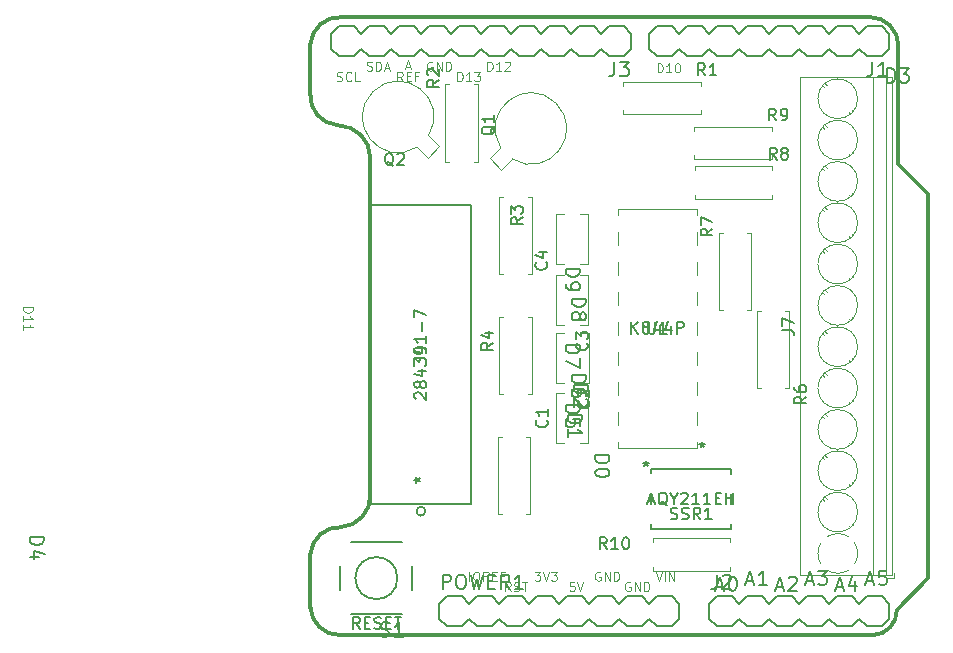
<source format=gbr>
G04 #@! TF.GenerationSoftware,KiCad,Pcbnew,(5.1.5)-3*
G04 #@! TF.CreationDate,2021-09-12T13:17:19-04:00*
G04 #@! TF.ProjectId,EtherTenFuranceMonitorRev2,45746865-7254-4656-9e46-7572616e6365,rev?*
G04 #@! TF.SameCoordinates,Original*
G04 #@! TF.FileFunction,Legend,Top*
G04 #@! TF.FilePolarity,Positive*
%FSLAX46Y46*%
G04 Gerber Fmt 4.6, Leading zero omitted, Abs format (unit mm)*
G04 Created by KiCad (PCBNEW (5.1.5)-3) date 2021-09-12 13:17:19*
%MOMM*%
%LPD*%
G04 APERTURE LIST*
%ADD10C,0.165100*%
%ADD11C,0.304800*%
%ADD12C,0.152400*%
%ADD13C,0.121920*%
%ADD14C,0.120000*%
%ADD15C,0.203200*%
%ADD16C,0.150000*%
%ADD17C,0.127000*%
G04 APERTURE END LIST*
D10*
X143964852Y-106619676D02*
X145171352Y-106619676D01*
X145171352Y-106906938D01*
X145113900Y-107079295D01*
X144998995Y-107194200D01*
X144884090Y-107251653D01*
X144654280Y-107309105D01*
X144481923Y-107309105D01*
X144252114Y-107251653D01*
X144137209Y-107194200D01*
X144022304Y-107079295D01*
X143964852Y-106906938D01*
X143964852Y-106619676D01*
X145171352Y-107711272D02*
X145171352Y-108515605D01*
X143964852Y-107998534D01*
X171169676Y-84395147D02*
X171169676Y-83188647D01*
X171456938Y-83188647D01*
X171629295Y-83246100D01*
X171744200Y-83361004D01*
X171801653Y-83475909D01*
X171859105Y-83705719D01*
X171859105Y-83878076D01*
X171801653Y-84107885D01*
X171744200Y-84222790D01*
X171629295Y-84337695D01*
X171456938Y-84395147D01*
X171169676Y-84395147D01*
X172261272Y-83188647D02*
X173008153Y-83188647D01*
X172605986Y-83648266D01*
X172778343Y-83648266D01*
X172893248Y-83705719D01*
X172950700Y-83763171D01*
X173008153Y-83878076D01*
X173008153Y-84165338D01*
X172950700Y-84280242D01*
X172893248Y-84337695D01*
X172778343Y-84395147D01*
X172433629Y-84395147D01*
X172318724Y-84337695D01*
X172261272Y-84280242D01*
X144114852Y-112539676D02*
X145321352Y-112539676D01*
X145321352Y-112826938D01*
X145263900Y-112999295D01*
X145148995Y-113114200D01*
X145034090Y-113171653D01*
X144804280Y-113229105D01*
X144631923Y-113229105D01*
X144402114Y-113171653D01*
X144287209Y-113114200D01*
X144172304Y-112999295D01*
X144114852Y-112826938D01*
X144114852Y-112539676D01*
X144114852Y-114378153D02*
X144114852Y-113688724D01*
X144114852Y-114033438D02*
X145321352Y-114033438D01*
X145148995Y-113918534D01*
X145034090Y-113803629D01*
X144976638Y-113688724D01*
X143964852Y-111699676D02*
X145171352Y-111699676D01*
X145171352Y-111986938D01*
X145113900Y-112159295D01*
X144998995Y-112274200D01*
X144884090Y-112331653D01*
X144654280Y-112389105D01*
X144481923Y-112389105D01*
X144252114Y-112331653D01*
X144137209Y-112274200D01*
X144022304Y-112159295D01*
X143964852Y-111986938D01*
X143964852Y-111699676D01*
X145171352Y-113480700D02*
X145171352Y-112906176D01*
X144596828Y-112848724D01*
X144654280Y-112906176D01*
X144711733Y-113021081D01*
X144711733Y-113308343D01*
X144654280Y-113423248D01*
X144596828Y-113480700D01*
X144481923Y-113538153D01*
X144194661Y-113538153D01*
X144079757Y-113480700D01*
X144022304Y-113423248D01*
X143964852Y-113308343D01*
X143964852Y-113021081D01*
X144022304Y-112906176D01*
X144079757Y-112848724D01*
D11*
X125006100Y-78841600D02*
X169710100Y-78841600D01*
X172123100Y-91287600D02*
X172123100Y-81254600D01*
X169710100Y-78841600D02*
G75*
G02X172123100Y-81254600I200J-2412800D01*
G01*
X125006100Y-78841600D02*
G75*
G03X122339100Y-81127600I-190500J-2476500D01*
G01*
X124879100Y-131165600D02*
G75*
G02X122339100Y-128752600I-63500J2476500D01*
G01*
X124879100Y-131165600D02*
X169964100Y-131165600D01*
X174663100Y-126339600D02*
X174663100Y-93827600D01*
X174663100Y-126339600D02*
X171996100Y-129006600D01*
X169964100Y-131165600D02*
G75*
G03X171996100Y-129006600I-63500J2095500D01*
G01*
X174663100Y-93827600D02*
X172123100Y-91287600D01*
D12*
X126521512Y-130611638D02*
X126199779Y-130152019D01*
X125969969Y-130611638D02*
X125969969Y-129646438D01*
X126337664Y-129646438D01*
X126429588Y-129692400D01*
X126475550Y-129738361D01*
X126521512Y-129830285D01*
X126521512Y-129968171D01*
X126475550Y-130060095D01*
X126429588Y-130106057D01*
X126337664Y-130152019D01*
X125969969Y-130152019D01*
X126935169Y-130106057D02*
X127256902Y-130106057D01*
X127394788Y-130611638D02*
X126935169Y-130611638D01*
X126935169Y-129646438D01*
X127394788Y-129646438D01*
X127762483Y-130565676D02*
X127900369Y-130611638D01*
X128130179Y-130611638D01*
X128222102Y-130565676D01*
X128268064Y-130519714D01*
X128314026Y-130427790D01*
X128314026Y-130335866D01*
X128268064Y-130243942D01*
X128222102Y-130197980D01*
X128130179Y-130152019D01*
X127946331Y-130106057D01*
X127854407Y-130060095D01*
X127808445Y-130014133D01*
X127762483Y-129922209D01*
X127762483Y-129830285D01*
X127808445Y-129738361D01*
X127854407Y-129692400D01*
X127946331Y-129646438D01*
X128176140Y-129646438D01*
X128314026Y-129692400D01*
X128727683Y-130106057D02*
X129049417Y-130106057D01*
X129187302Y-130611638D02*
X128727683Y-130611638D01*
X128727683Y-129646438D01*
X129187302Y-129646438D01*
X129463074Y-129646438D02*
X130014617Y-129646438D01*
X129738845Y-130611638D02*
X129738845Y-129646438D01*
D13*
X139299429Y-127445830D02*
X139042043Y-127078135D01*
X138858195Y-127445830D02*
X138858195Y-126673670D01*
X139152351Y-126673670D01*
X139225890Y-126710440D01*
X139262660Y-126747209D01*
X139299429Y-126820748D01*
X139299429Y-126931057D01*
X139262660Y-127004596D01*
X139225890Y-127041365D01*
X139152351Y-127078135D01*
X138858195Y-127078135D01*
X139593586Y-127409060D02*
X139703894Y-127445830D01*
X139887742Y-127445830D01*
X139961281Y-127409060D01*
X139998050Y-127372291D01*
X140034820Y-127298752D01*
X140034820Y-127225213D01*
X139998050Y-127151674D01*
X139961281Y-127114904D01*
X139887742Y-127078135D01*
X139740664Y-127041365D01*
X139667125Y-127004596D01*
X139630355Y-126967826D01*
X139593586Y-126894287D01*
X139593586Y-126820748D01*
X139630355Y-126747209D01*
X139667125Y-126710440D01*
X139740664Y-126673670D01*
X139924511Y-126673670D01*
X140034820Y-126710440D01*
X140255437Y-126673670D02*
X140696671Y-126673670D01*
X140476054Y-127445830D02*
X140476054Y-126673670D01*
X141324656Y-125784670D02*
X141802660Y-125784670D01*
X141545273Y-126078826D01*
X141655582Y-126078826D01*
X141729121Y-126115596D01*
X141765890Y-126152365D01*
X141802660Y-126225904D01*
X141802660Y-126409752D01*
X141765890Y-126483291D01*
X141729121Y-126520060D01*
X141655582Y-126556830D01*
X141434965Y-126556830D01*
X141361426Y-126520060D01*
X141324656Y-126483291D01*
X142023277Y-125784670D02*
X142280664Y-126556830D01*
X142538050Y-125784670D01*
X142721898Y-125784670D02*
X143199902Y-125784670D01*
X142942515Y-126078826D01*
X143052824Y-126078826D01*
X143126363Y-126115596D01*
X143163132Y-126152365D01*
X143199902Y-126225904D01*
X143199902Y-126409752D01*
X143163132Y-126483291D01*
X143126363Y-126520060D01*
X143052824Y-126556830D01*
X142832207Y-126556830D01*
X142758668Y-126520060D01*
X142721898Y-126483291D01*
X144686890Y-126673670D02*
X144319195Y-126673670D01*
X144282426Y-127041365D01*
X144319195Y-127004596D01*
X144392734Y-126967826D01*
X144576582Y-126967826D01*
X144650121Y-127004596D01*
X144686890Y-127041365D01*
X144723660Y-127114904D01*
X144723660Y-127298752D01*
X144686890Y-127372291D01*
X144650121Y-127409060D01*
X144576582Y-127445830D01*
X144392734Y-127445830D01*
X144319195Y-127409060D01*
X144282426Y-127372291D01*
X144944277Y-126673670D02*
X145201664Y-127445830D01*
X145459050Y-126673670D01*
X146882660Y-125821440D02*
X146809121Y-125784670D01*
X146698812Y-125784670D01*
X146588504Y-125821440D01*
X146514965Y-125894979D01*
X146478195Y-125968518D01*
X146441426Y-126115596D01*
X146441426Y-126225904D01*
X146478195Y-126372982D01*
X146514965Y-126446521D01*
X146588504Y-126520060D01*
X146698812Y-126556830D01*
X146772351Y-126556830D01*
X146882660Y-126520060D01*
X146919429Y-126483291D01*
X146919429Y-126225904D01*
X146772351Y-126225904D01*
X147250355Y-126556830D02*
X147250355Y-125784670D01*
X147691589Y-126556830D01*
X147691589Y-125784670D01*
X148059285Y-126556830D02*
X148059285Y-125784670D01*
X148243132Y-125784670D01*
X148353441Y-125821440D01*
X148426980Y-125894979D01*
X148463749Y-125968518D01*
X148500519Y-126115596D01*
X148500519Y-126225904D01*
X148463749Y-126372982D01*
X148426980Y-126446521D01*
X148353441Y-126520060D01*
X148243132Y-126556830D01*
X148059285Y-126556830D01*
X149422660Y-126710440D02*
X149349121Y-126673670D01*
X149238812Y-126673670D01*
X149128504Y-126710440D01*
X149054965Y-126783979D01*
X149018195Y-126857518D01*
X148981426Y-127004596D01*
X148981426Y-127114904D01*
X149018195Y-127261982D01*
X149054965Y-127335521D01*
X149128504Y-127409060D01*
X149238812Y-127445830D01*
X149312351Y-127445830D01*
X149422660Y-127409060D01*
X149459429Y-127372291D01*
X149459429Y-127114904D01*
X149312351Y-127114904D01*
X149790355Y-127445830D02*
X149790355Y-126673670D01*
X150231589Y-127445830D01*
X150231589Y-126673670D01*
X150599285Y-127445830D02*
X150599285Y-126673670D01*
X150783132Y-126673670D01*
X150893441Y-126710440D01*
X150966980Y-126783979D01*
X151003749Y-126857518D01*
X151040519Y-127004596D01*
X151040519Y-127114904D01*
X151003749Y-127261982D01*
X150966980Y-127335521D01*
X150893441Y-127409060D01*
X150783132Y-127445830D01*
X150599285Y-127445830D01*
X151574887Y-125784670D02*
X151832273Y-126556830D01*
X152089660Y-125784670D01*
X152347047Y-126556830D02*
X152347047Y-125784670D01*
X152714742Y-126556830D02*
X152714742Y-125784670D01*
X153155976Y-126556830D01*
X153155976Y-125784670D01*
D10*
X156712224Y-127080433D02*
X157286748Y-127080433D01*
X156597319Y-127425147D02*
X156999486Y-126218647D01*
X157401653Y-127425147D01*
X158033629Y-126218647D02*
X158148534Y-126218647D01*
X158263438Y-126276100D01*
X158320891Y-126333552D01*
X158378343Y-126448457D01*
X158435795Y-126678266D01*
X158435795Y-126965528D01*
X158378343Y-127195338D01*
X158320891Y-127310242D01*
X158263438Y-127367695D01*
X158148534Y-127425147D01*
X158033629Y-127425147D01*
X157918724Y-127367695D01*
X157861272Y-127310242D01*
X157803819Y-127195338D01*
X157746367Y-126965528D01*
X157746367Y-126678266D01*
X157803819Y-126448457D01*
X157861272Y-126333552D01*
X157918724Y-126276100D01*
X158033629Y-126218647D01*
X159252224Y-126572433D02*
X159826748Y-126572433D01*
X159137319Y-126917147D02*
X159539486Y-125710647D01*
X159941653Y-126917147D01*
X160975795Y-126917147D02*
X160286367Y-126917147D01*
X160631081Y-126917147D02*
X160631081Y-125710647D01*
X160516176Y-125883004D01*
X160401272Y-125997909D01*
X160286367Y-126055361D01*
X161792224Y-127080433D02*
X162366748Y-127080433D01*
X161677319Y-127425147D02*
X162079486Y-126218647D01*
X162481653Y-127425147D01*
X162826367Y-126333552D02*
X162883819Y-126276100D01*
X162998724Y-126218647D01*
X163285986Y-126218647D01*
X163400891Y-126276100D01*
X163458343Y-126333552D01*
X163515795Y-126448457D01*
X163515795Y-126563361D01*
X163458343Y-126735719D01*
X162768915Y-127425147D01*
X163515795Y-127425147D01*
X164332224Y-126572433D02*
X164906748Y-126572433D01*
X164217319Y-126917147D02*
X164619486Y-125710647D01*
X165021653Y-126917147D01*
X165308915Y-125710647D02*
X166055795Y-125710647D01*
X165653629Y-126170266D01*
X165825986Y-126170266D01*
X165940891Y-126227719D01*
X165998343Y-126285171D01*
X166055795Y-126400076D01*
X166055795Y-126687338D01*
X165998343Y-126802242D01*
X165940891Y-126859695D01*
X165825986Y-126917147D01*
X165481272Y-126917147D01*
X165366367Y-126859695D01*
X165308915Y-126802242D01*
X166872224Y-127080433D02*
X167446748Y-127080433D01*
X166757319Y-127425147D02*
X167159486Y-126218647D01*
X167561653Y-127425147D01*
X168480891Y-126620814D02*
X168480891Y-127425147D01*
X168193629Y-126161195D02*
X167906367Y-127022980D01*
X168653248Y-127022980D01*
X169412224Y-126572433D02*
X169986748Y-126572433D01*
X169297319Y-126917147D02*
X169699486Y-125710647D01*
X170101653Y-126917147D01*
X171078343Y-125710647D02*
X170503819Y-125710647D01*
X170446367Y-126285171D01*
X170503819Y-126227719D01*
X170618724Y-126170266D01*
X170905986Y-126170266D01*
X171020891Y-126227719D01*
X171078343Y-126285171D01*
X171135795Y-126400076D01*
X171135795Y-126687338D01*
X171078343Y-126802242D01*
X171020891Y-126859695D01*
X170905986Y-126917147D01*
X170618724Y-126917147D01*
X170503819Y-126859695D01*
X170446367Y-126802242D01*
X146452852Y-115929676D02*
X147659352Y-115929676D01*
X147659352Y-116216938D01*
X147601900Y-116389295D01*
X147486995Y-116504200D01*
X147372090Y-116561653D01*
X147142280Y-116619105D01*
X146969923Y-116619105D01*
X146740114Y-116561653D01*
X146625209Y-116504200D01*
X146510304Y-116389295D01*
X146452852Y-116216938D01*
X146452852Y-115929676D01*
X147659352Y-117365986D02*
X147659352Y-117480891D01*
X147601900Y-117595795D01*
X147544447Y-117653248D01*
X147429542Y-117710700D01*
X147199733Y-117768153D01*
X146912471Y-117768153D01*
X146682661Y-117710700D01*
X146567757Y-117653248D01*
X146510304Y-117595795D01*
X146452852Y-117480891D01*
X146452852Y-117365986D01*
X146510304Y-117251081D01*
X146567757Y-117193629D01*
X146682661Y-117136176D01*
X146912471Y-117078724D01*
X147199733Y-117078724D01*
X147429542Y-117136176D01*
X147544447Y-117193629D01*
X147601900Y-117251081D01*
X147659352Y-117365986D01*
X144622852Y-109999676D02*
X145829352Y-109999676D01*
X145829352Y-110286938D01*
X145771900Y-110459295D01*
X145656995Y-110574200D01*
X145542090Y-110631653D01*
X145312280Y-110689105D01*
X145139923Y-110689105D01*
X144910114Y-110631653D01*
X144795209Y-110574200D01*
X144680304Y-110459295D01*
X144622852Y-110286938D01*
X144622852Y-109999676D01*
X145714447Y-111148724D02*
X145771900Y-111206176D01*
X145829352Y-111321081D01*
X145829352Y-111608343D01*
X145771900Y-111723248D01*
X145714447Y-111780700D01*
X145599542Y-111838153D01*
X145484638Y-111838153D01*
X145312280Y-111780700D01*
X144622852Y-111091272D01*
X144622852Y-111838153D01*
X98572852Y-122859676D02*
X99779352Y-122859676D01*
X99779352Y-123146938D01*
X99721900Y-123319295D01*
X99606995Y-123434200D01*
X99492090Y-123491653D01*
X99262280Y-123549105D01*
X99089923Y-123549105D01*
X98860114Y-123491653D01*
X98745209Y-123434200D01*
X98630304Y-123319295D01*
X98572852Y-123146938D01*
X98572852Y-122859676D01*
X99377185Y-124583248D02*
X98572852Y-124583248D01*
X99836804Y-124295986D02*
X98975019Y-124008724D01*
X98975019Y-124755605D01*
X144472852Y-109159676D02*
X145679352Y-109159676D01*
X145679352Y-109446938D01*
X145621900Y-109619295D01*
X145506995Y-109734200D01*
X145392090Y-109791653D01*
X145162280Y-109849105D01*
X144989923Y-109849105D01*
X144760114Y-109791653D01*
X144645209Y-109734200D01*
X144530304Y-109619295D01*
X144472852Y-109446938D01*
X144472852Y-109159676D01*
X145679352Y-110883248D02*
X145679352Y-110653438D01*
X145621900Y-110538534D01*
X145564447Y-110481081D01*
X145392090Y-110366176D01*
X145162280Y-110308724D01*
X144702661Y-110308724D01*
X144587757Y-110366176D01*
X144530304Y-110423629D01*
X144472852Y-110538534D01*
X144472852Y-110768343D01*
X144530304Y-110883248D01*
X144587757Y-110940700D01*
X144702661Y-110998153D01*
X144989923Y-110998153D01*
X145104828Y-110940700D01*
X145162280Y-110883248D01*
X145219733Y-110768343D01*
X145219733Y-110538534D01*
X145162280Y-110423629D01*
X145104828Y-110366176D01*
X144989923Y-110308724D01*
X144472852Y-102682676D02*
X145679352Y-102682676D01*
X145679352Y-102969938D01*
X145621900Y-103142295D01*
X145506995Y-103257200D01*
X145392090Y-103314653D01*
X145162280Y-103372105D01*
X144989923Y-103372105D01*
X144760114Y-103314653D01*
X144645209Y-103257200D01*
X144530304Y-103142295D01*
X144472852Y-102969938D01*
X144472852Y-102682676D01*
X145162280Y-104061534D02*
X145219733Y-103946629D01*
X145277185Y-103889176D01*
X145392090Y-103831724D01*
X145449542Y-103831724D01*
X145564447Y-103889176D01*
X145621900Y-103946629D01*
X145679352Y-104061534D01*
X145679352Y-104291343D01*
X145621900Y-104406248D01*
X145564447Y-104463700D01*
X145449542Y-104521153D01*
X145392090Y-104521153D01*
X145277185Y-104463700D01*
X145219733Y-104406248D01*
X145162280Y-104291343D01*
X145162280Y-104061534D01*
X145104828Y-103946629D01*
X145047376Y-103889176D01*
X144932471Y-103831724D01*
X144702661Y-103831724D01*
X144587757Y-103889176D01*
X144530304Y-103946629D01*
X144472852Y-104061534D01*
X144472852Y-104291343D01*
X144530304Y-104406248D01*
X144587757Y-104463700D01*
X144702661Y-104521153D01*
X144932471Y-104521153D01*
X145047376Y-104463700D01*
X145104828Y-104406248D01*
X145162280Y-104291343D01*
X143964852Y-100142676D02*
X145171352Y-100142676D01*
X145171352Y-100429938D01*
X145113900Y-100602295D01*
X144998995Y-100717200D01*
X144884090Y-100774653D01*
X144654280Y-100832105D01*
X144481923Y-100832105D01*
X144252114Y-100774653D01*
X144137209Y-100717200D01*
X144022304Y-100602295D01*
X143964852Y-100429938D01*
X143964852Y-100142676D01*
X143964852Y-101406629D02*
X143964852Y-101636438D01*
X144022304Y-101751343D01*
X144079757Y-101808795D01*
X144252114Y-101923700D01*
X144481923Y-101981153D01*
X144941542Y-101981153D01*
X145056447Y-101923700D01*
X145113900Y-101866248D01*
X145171352Y-101751343D01*
X145171352Y-101521534D01*
X145113900Y-101406629D01*
X145056447Y-101349176D01*
X144941542Y-101291724D01*
X144654280Y-101291724D01*
X144539376Y-101349176D01*
X144481923Y-101406629D01*
X144424471Y-101521534D01*
X144424471Y-101751343D01*
X144481923Y-101866248D01*
X144539376Y-101923700D01*
X144654280Y-101981153D01*
D13*
X151734195Y-83526830D02*
X151734195Y-82754670D01*
X151918043Y-82754670D01*
X152028351Y-82791440D01*
X152101890Y-82864979D01*
X152138660Y-82938518D01*
X152175429Y-83085596D01*
X152175429Y-83195904D01*
X152138660Y-83342982D01*
X152101890Y-83416521D01*
X152028351Y-83490060D01*
X151918043Y-83526830D01*
X151734195Y-83526830D01*
X152910820Y-83526830D02*
X152469586Y-83526830D01*
X152690203Y-83526830D02*
X152690203Y-82754670D01*
X152616664Y-82864979D01*
X152543125Y-82938518D01*
X152469586Y-82975287D01*
X153388824Y-82754670D02*
X153462363Y-82754670D01*
X153535902Y-82791440D01*
X153572671Y-82828209D01*
X153609441Y-82901748D01*
X153646210Y-83048826D01*
X153646210Y-83232674D01*
X153609441Y-83379752D01*
X153572671Y-83453291D01*
X153535902Y-83490060D01*
X153462363Y-83526830D01*
X153388824Y-83526830D01*
X153315285Y-83490060D01*
X153278515Y-83453291D01*
X153241746Y-83379752D01*
X153204976Y-83232674D01*
X153204976Y-83048826D01*
X153241746Y-82901748D01*
X153278515Y-82828209D01*
X153315285Y-82791440D01*
X153388824Y-82754670D01*
X98044169Y-103424195D02*
X98816329Y-103424195D01*
X98816329Y-103608043D01*
X98779560Y-103718351D01*
X98706020Y-103791890D01*
X98632481Y-103828660D01*
X98485403Y-103865429D01*
X98375095Y-103865429D01*
X98228017Y-103828660D01*
X98154478Y-103791890D01*
X98080939Y-103718351D01*
X98044169Y-103608043D01*
X98044169Y-103424195D01*
X98044169Y-104600820D02*
X98044169Y-104159586D01*
X98044169Y-104380203D02*
X98816329Y-104380203D01*
X98706020Y-104306664D01*
X98632481Y-104233125D01*
X98595712Y-104159586D01*
X98044169Y-105336210D02*
X98044169Y-104894976D01*
X98044169Y-105115593D02*
X98816329Y-105115593D01*
X98706020Y-105042054D01*
X98632481Y-104968515D01*
X98595712Y-104894976D01*
X137334195Y-83376830D02*
X137334195Y-82604670D01*
X137518043Y-82604670D01*
X137628351Y-82641440D01*
X137701890Y-82714979D01*
X137738660Y-82788518D01*
X137775429Y-82935596D01*
X137775429Y-83045904D01*
X137738660Y-83192982D01*
X137701890Y-83266521D01*
X137628351Y-83340060D01*
X137518043Y-83376830D01*
X137334195Y-83376830D01*
X138510820Y-83376830D02*
X138069586Y-83376830D01*
X138290203Y-83376830D02*
X138290203Y-82604670D01*
X138216664Y-82714979D01*
X138143125Y-82788518D01*
X138069586Y-82825287D01*
X138804976Y-82678209D02*
X138841746Y-82641440D01*
X138915285Y-82604670D01*
X139099132Y-82604670D01*
X139172671Y-82641440D01*
X139209441Y-82678209D01*
X139246210Y-82751748D01*
X139246210Y-82825287D01*
X139209441Y-82935596D01*
X138768207Y-83376830D01*
X139246210Y-83376830D01*
X134794195Y-84265830D02*
X134794195Y-83493670D01*
X134978043Y-83493670D01*
X135088351Y-83530440D01*
X135161890Y-83603979D01*
X135198660Y-83677518D01*
X135235429Y-83824596D01*
X135235429Y-83934904D01*
X135198660Y-84081982D01*
X135161890Y-84155521D01*
X135088351Y-84229060D01*
X134978043Y-84265830D01*
X134794195Y-84265830D01*
X135970820Y-84265830D02*
X135529586Y-84265830D01*
X135750203Y-84265830D02*
X135750203Y-83493670D01*
X135676664Y-83603979D01*
X135603125Y-83677518D01*
X135529586Y-83714287D01*
X136228207Y-83493670D02*
X136706210Y-83493670D01*
X136448824Y-83787826D01*
X136559132Y-83787826D01*
X136632671Y-83824596D01*
X136669441Y-83861365D01*
X136706210Y-83934904D01*
X136706210Y-84118752D01*
X136669441Y-84192291D01*
X136632671Y-84229060D01*
X136559132Y-84265830D01*
X136338515Y-84265830D01*
X136264976Y-84229060D01*
X136228207Y-84192291D01*
X130155429Y-84265830D02*
X129898043Y-83898135D01*
X129714195Y-84265830D02*
X129714195Y-83493670D01*
X130008351Y-83493670D01*
X130081890Y-83530440D01*
X130118660Y-83567209D01*
X130155429Y-83640748D01*
X130155429Y-83751057D01*
X130118660Y-83824596D01*
X130081890Y-83861365D01*
X130008351Y-83898135D01*
X129714195Y-83898135D01*
X130486355Y-83861365D02*
X130743742Y-83861365D01*
X130854050Y-84265830D02*
X130486355Y-84265830D01*
X130486355Y-83493670D01*
X130854050Y-83493670D01*
X131442363Y-83861365D02*
X131184976Y-83861365D01*
X131184976Y-84265830D02*
X131184976Y-83493670D01*
X131552671Y-83493670D01*
X130439426Y-83029213D02*
X130807121Y-83029213D01*
X130365887Y-83249830D02*
X130623273Y-82477670D01*
X130880660Y-83249830D01*
X132658660Y-82641440D02*
X132585121Y-82604670D01*
X132474812Y-82604670D01*
X132364504Y-82641440D01*
X132290965Y-82714979D01*
X132254195Y-82788518D01*
X132217426Y-82935596D01*
X132217426Y-83045904D01*
X132254195Y-83192982D01*
X132290965Y-83266521D01*
X132364504Y-83340060D01*
X132474812Y-83376830D01*
X132548351Y-83376830D01*
X132658660Y-83340060D01*
X132695429Y-83303291D01*
X132695429Y-83045904D01*
X132548351Y-83045904D01*
X133026355Y-83376830D02*
X133026355Y-82604670D01*
X133467589Y-83376830D01*
X133467589Y-82604670D01*
X133835285Y-83376830D02*
X133835285Y-82604670D01*
X134019132Y-82604670D01*
X134129441Y-82641440D01*
X134202980Y-82714979D01*
X134239749Y-82788518D01*
X134276519Y-82935596D01*
X134276519Y-83045904D01*
X134239749Y-83192982D01*
X134202980Y-83266521D01*
X134129441Y-83340060D01*
X134019132Y-83376830D01*
X133835285Y-83376830D01*
D11*
X122339100Y-85318600D02*
G75*
G03X124625100Y-87985600I2476500J-190500D01*
G01*
X125006100Y-122021600D02*
G75*
G03X122339100Y-124307600I-190500J-2476500D01*
G01*
X122339100Y-81127600D02*
X122339100Y-85445600D01*
X127419100Y-90779600D02*
X127419100Y-119227600D01*
X122339100Y-124307600D02*
X122339100Y-128879600D01*
X127419100Y-119227600D02*
G75*
G02X124879100Y-122021600I-2667000J-127000D01*
G01*
X127419100Y-90779600D02*
G75*
G03X124625100Y-87985600I-2794000J0D01*
G01*
D13*
X127137426Y-83340060D02*
X127247734Y-83376830D01*
X127431582Y-83376830D01*
X127505121Y-83340060D01*
X127541890Y-83303291D01*
X127578660Y-83229752D01*
X127578660Y-83156213D01*
X127541890Y-83082674D01*
X127505121Y-83045904D01*
X127431582Y-83009135D01*
X127284504Y-82972365D01*
X127210965Y-82935596D01*
X127174195Y-82898826D01*
X127137426Y-82825287D01*
X127137426Y-82751748D01*
X127174195Y-82678209D01*
X127210965Y-82641440D01*
X127284504Y-82604670D01*
X127468351Y-82604670D01*
X127578660Y-82641440D01*
X127909586Y-83376830D02*
X127909586Y-82604670D01*
X128093433Y-82604670D01*
X128203742Y-82641440D01*
X128277281Y-82714979D01*
X128314050Y-82788518D01*
X128350820Y-82935596D01*
X128350820Y-83045904D01*
X128314050Y-83192982D01*
X128277281Y-83266521D01*
X128203742Y-83340060D01*
X128093433Y-83376830D01*
X127909586Y-83376830D01*
X128644976Y-83156213D02*
X129012671Y-83156213D01*
X128571437Y-83376830D02*
X128828824Y-82604670D01*
X129086210Y-83376830D01*
X124597426Y-84229060D02*
X124707734Y-84265830D01*
X124891582Y-84265830D01*
X124965121Y-84229060D01*
X125001890Y-84192291D01*
X125038660Y-84118752D01*
X125038660Y-84045213D01*
X125001890Y-83971674D01*
X124965121Y-83934904D01*
X124891582Y-83898135D01*
X124744504Y-83861365D01*
X124670965Y-83824596D01*
X124634195Y-83787826D01*
X124597426Y-83714287D01*
X124597426Y-83640748D01*
X124634195Y-83567209D01*
X124670965Y-83530440D01*
X124744504Y-83493670D01*
X124928351Y-83493670D01*
X125038660Y-83530440D01*
X125810820Y-84192291D02*
X125774050Y-84229060D01*
X125663742Y-84265830D01*
X125590203Y-84265830D01*
X125479894Y-84229060D01*
X125406355Y-84155521D01*
X125369586Y-84081982D01*
X125332816Y-83934904D01*
X125332816Y-83824596D01*
X125369586Y-83677518D01*
X125406355Y-83603979D01*
X125479894Y-83530440D01*
X125590203Y-83493670D01*
X125663742Y-83493670D01*
X125774050Y-83530440D01*
X125810820Y-83567209D01*
X126509441Y-84265830D02*
X126141746Y-84265830D01*
X126141746Y-83493670D01*
X135810195Y-126556830D02*
X135810195Y-125784670D01*
X136324968Y-125784670D02*
X136472047Y-125784670D01*
X136545586Y-125821440D01*
X136619125Y-125894979D01*
X136655894Y-126042057D01*
X136655894Y-126299443D01*
X136619125Y-126446521D01*
X136545586Y-126520060D01*
X136472047Y-126556830D01*
X136324968Y-126556830D01*
X136251429Y-126520060D01*
X136177890Y-126446521D01*
X136141121Y-126299443D01*
X136141121Y-126042057D01*
X136177890Y-125894979D01*
X136251429Y-125821440D01*
X136324968Y-125784670D01*
X137428054Y-126556830D02*
X137170668Y-126189135D01*
X136986820Y-126556830D02*
X136986820Y-125784670D01*
X137280976Y-125784670D01*
X137354515Y-125821440D01*
X137391285Y-125858209D01*
X137428054Y-125931748D01*
X137428054Y-126042057D01*
X137391285Y-126115596D01*
X137354515Y-126152365D01*
X137280976Y-126189135D01*
X136986820Y-126189135D01*
X137758980Y-126152365D02*
X138016367Y-126152365D01*
X138126675Y-126556830D02*
X137758980Y-126556830D01*
X137758980Y-125784670D01*
X138126675Y-125784670D01*
X138714988Y-126152365D02*
X138457601Y-126152365D01*
X138457601Y-126556830D02*
X138457601Y-125784670D01*
X138825296Y-125784670D01*
D14*
X160130000Y-110270000D02*
X160460000Y-110270000D01*
X160130000Y-103730000D02*
X160130000Y-110270000D01*
X160460000Y-103730000D02*
X160130000Y-103730000D01*
X162870000Y-110270000D02*
X162540000Y-110270000D01*
X162870000Y-103730000D02*
X162870000Y-110270000D01*
X162540000Y-103730000D02*
X162870000Y-103730000D01*
X132342150Y-88872544D02*
G75*
G03X131352331Y-89862281I-2572150J1582544D01*
G01*
X133254448Y-89784499D02*
X132342281Y-88872331D01*
X132264499Y-90774448D02*
X133254448Y-89784499D01*
X131352331Y-89862281D02*
X132264499Y-90774448D01*
X139427456Y-90842150D02*
G75*
G03X138437719Y-89852331I1582544J2572150D01*
G01*
X138515501Y-91754448D02*
X139427669Y-90842281D01*
X137525552Y-90764499D02*
X138515501Y-91754448D01*
X138437719Y-89852331D02*
X137525552Y-90764499D01*
X171790000Y-126300000D02*
X171790000Y-125900000D01*
X171150000Y-126300000D02*
X171790000Y-126300000D01*
X167931000Y-86895000D02*
X168059000Y-87024000D01*
X165715000Y-84680000D02*
X165809000Y-84774000D01*
X168171000Y-86725000D02*
X168264000Y-86819000D01*
X165921000Y-84475000D02*
X166049000Y-84604000D01*
X167931000Y-90395000D02*
X168059000Y-90524000D01*
X165715000Y-88180000D02*
X165809000Y-88274000D01*
X168171000Y-90225000D02*
X168264000Y-90319000D01*
X165921000Y-87975000D02*
X166049000Y-88104000D01*
X167931000Y-93895000D02*
X168059000Y-94024000D01*
X165715000Y-91680000D02*
X165809000Y-91774000D01*
X168171000Y-93725000D02*
X168264000Y-93819000D01*
X165921000Y-91475000D02*
X166049000Y-91604000D01*
X167931000Y-97395000D02*
X168059000Y-97524000D01*
X165715000Y-95180000D02*
X165809000Y-95274000D01*
X168171000Y-97225000D02*
X168264000Y-97319000D01*
X165921000Y-94975000D02*
X166049000Y-95104000D01*
X167931000Y-100895000D02*
X168059000Y-101024000D01*
X165715000Y-98680000D02*
X165809000Y-98774000D01*
X168171000Y-100725000D02*
X168264000Y-100819000D01*
X165921000Y-98475000D02*
X166049000Y-98604000D01*
X167931000Y-104395000D02*
X168059000Y-104524000D01*
X165715000Y-102180000D02*
X165809000Y-102274000D01*
X168171000Y-104225000D02*
X168264000Y-104319000D01*
X165921000Y-101975000D02*
X166049000Y-102104000D01*
X167931000Y-107895000D02*
X168059000Y-108024000D01*
X165715000Y-105680000D02*
X165809000Y-105774000D01*
X168171000Y-107725000D02*
X168264000Y-107819000D01*
X165921000Y-105475000D02*
X166049000Y-105604000D01*
X167931000Y-111395000D02*
X168059000Y-111524000D01*
X165715000Y-109180000D02*
X165809000Y-109274000D01*
X168171000Y-111225000D02*
X168264000Y-111319000D01*
X165921000Y-108975000D02*
X166049000Y-109104000D01*
X167931000Y-114895000D02*
X168059000Y-115024000D01*
X165715000Y-112680000D02*
X165809000Y-112774000D01*
X168171000Y-114725000D02*
X168264000Y-114819000D01*
X165921000Y-112475000D02*
X166049000Y-112604000D01*
X167931000Y-118395000D02*
X168059000Y-118524000D01*
X165715000Y-116180000D02*
X165809000Y-116274000D01*
X168171000Y-118225000D02*
X168264000Y-118319000D01*
X165921000Y-115975000D02*
X166049000Y-116104000D01*
X167931000Y-121895000D02*
X168059000Y-122024000D01*
X165715000Y-119680000D02*
X165809000Y-119774000D01*
X168171000Y-121725000D02*
X168264000Y-121819000D01*
X165921000Y-119475000D02*
X166049000Y-119604000D01*
X163830000Y-83940000D02*
X171550000Y-83940000D01*
X163830000Y-126060000D02*
X171550000Y-126060000D01*
X171550000Y-126060000D02*
X171550000Y-83940000D01*
X163830000Y-126060000D02*
X163830000Y-83940000D01*
X169990000Y-126060000D02*
X169990000Y-83940000D01*
X171090000Y-126060000D02*
X171090000Y-83940000D01*
X168670000Y-85750000D02*
G75*
G03X168670000Y-85750000I-1680000J0D01*
G01*
X168670000Y-89250000D02*
G75*
G03X168670000Y-89250000I-1680000J0D01*
G01*
X168670000Y-92750000D02*
G75*
G03X168670000Y-92750000I-1680000J0D01*
G01*
X168670000Y-96250000D02*
G75*
G03X168670000Y-96250000I-1680000J0D01*
G01*
X168670000Y-99750000D02*
G75*
G03X168670000Y-99750000I-1680000J0D01*
G01*
X168670000Y-103250000D02*
G75*
G03X168670000Y-103250000I-1680000J0D01*
G01*
X168670000Y-106750000D02*
G75*
G03X168670000Y-106750000I-1680000J0D01*
G01*
X168670000Y-110250000D02*
G75*
G03X168670000Y-110250000I-1680000J0D01*
G01*
X168670000Y-113750000D02*
G75*
G03X168670000Y-113750000I-1680000J0D01*
G01*
X168670000Y-117250000D02*
G75*
G03X168670000Y-117250000I-1680000J0D01*
G01*
X168670000Y-120750000D02*
G75*
G03X168670000Y-120750000I-1680000J0D01*
G01*
X168670099Y-124221326D02*
G75*
G02X168430000Y-125116000I-1680099J-28674D01*
G01*
X167879894Y-125675358D02*
G75*
G02X166124000Y-125690000I-889894J1425358D01*
G01*
X165564642Y-125139894D02*
G75*
G02X165550000Y-123384000I1425358J889894D01*
G01*
X166099807Y-122824495D02*
G75*
G02X167881000Y-122825000I890193J-1425505D01*
G01*
X168414721Y-123359736D02*
G75*
G02X168670000Y-124250000I-1424721J-890264D01*
G01*
X140940000Y-114370000D02*
X140610000Y-114370000D01*
X140940000Y-120910000D02*
X140940000Y-114370000D01*
X140610000Y-120910000D02*
X140940000Y-120910000D01*
X138200000Y-114370000D02*
X138530000Y-114370000D01*
X138200000Y-120910000D02*
X138200000Y-114370000D01*
X138530000Y-120910000D02*
X138200000Y-120910000D01*
X141080000Y-104250000D02*
X140750000Y-104250000D01*
X141080000Y-110790000D02*
X141080000Y-104250000D01*
X140750000Y-110790000D02*
X141080000Y-110790000D01*
X138340000Y-104250000D02*
X138670000Y-104250000D01*
X138340000Y-110790000D02*
X138340000Y-104250000D01*
X138670000Y-110790000D02*
X138340000Y-110790000D01*
X155380000Y-87050000D02*
X155380000Y-86720000D01*
X148840000Y-87050000D02*
X155380000Y-87050000D01*
X148840000Y-86720000D02*
X148840000Y-87050000D01*
X155380000Y-84310000D02*
X155380000Y-84640000D01*
X148840000Y-84310000D02*
X155380000Y-84310000D01*
X148840000Y-84640000D02*
X148840000Y-84310000D01*
X136520000Y-84530000D02*
X136190000Y-84530000D01*
X136520000Y-91070000D02*
X136520000Y-84530000D01*
X136190000Y-91070000D02*
X136520000Y-91070000D01*
X133780000Y-84530000D02*
X134110000Y-84530000D01*
X133780000Y-91070000D02*
X133780000Y-84530000D01*
X134110000Y-91070000D02*
X133780000Y-91070000D01*
X138340000Y-100620000D02*
X138670000Y-100620000D01*
X138340000Y-94080000D02*
X138340000Y-100620000D01*
X138670000Y-94080000D02*
X138340000Y-94080000D01*
X141080000Y-100620000D02*
X140750000Y-100620000D01*
X141080000Y-94080000D02*
X141080000Y-100620000D01*
X140750000Y-94080000D02*
X141080000Y-94080000D01*
X159660000Y-97120000D02*
X159330000Y-97120000D01*
X159660000Y-103660000D02*
X159660000Y-97120000D01*
X159330000Y-103660000D02*
X159660000Y-103660000D01*
X156920000Y-97120000D02*
X157250000Y-97120000D01*
X156920000Y-103660000D02*
X156920000Y-97120000D01*
X157250000Y-103660000D02*
X156920000Y-103660000D01*
X161450000Y-94200000D02*
X161450000Y-93870000D01*
X154910000Y-94200000D02*
X161450000Y-94200000D01*
X154910000Y-93870000D02*
X154910000Y-94200000D01*
X161450000Y-91460000D02*
X161450000Y-91790000D01*
X154910000Y-91460000D02*
X161450000Y-91460000D01*
X154910000Y-91790000D02*
X154910000Y-91460000D01*
X161390000Y-90870000D02*
X161390000Y-90540000D01*
X154850000Y-90870000D02*
X161390000Y-90870000D01*
X154850000Y-90540000D02*
X154850000Y-90870000D01*
X161390000Y-88130000D02*
X161390000Y-88460000D01*
X154850000Y-88130000D02*
X161390000Y-88130000D01*
X154850000Y-88460000D02*
X154850000Y-88130000D01*
X151330000Y-123290000D02*
X151330000Y-122960000D01*
X151330000Y-122960000D02*
X157870000Y-122960000D01*
X157870000Y-122960000D02*
X157870000Y-123290000D01*
X151330000Y-125370000D02*
X151330000Y-125700000D01*
X151330000Y-125700000D02*
X157870000Y-125700000D01*
X157870000Y-125700000D02*
X157870000Y-125370000D01*
X148382600Y-114804477D02*
X148382600Y-115301900D01*
X148382600Y-112264477D02*
X148382600Y-113335523D01*
X148382600Y-109724477D02*
X148382600Y-110795523D01*
X148382600Y-107184477D02*
X148382600Y-108255523D01*
X148382600Y-104644477D02*
X148382600Y-105715523D01*
X148382600Y-102104477D02*
X148382600Y-103175523D01*
X148382600Y-99564477D02*
X148382600Y-100635523D01*
X148382600Y-97024477D02*
X148382600Y-98095523D01*
X155037400Y-95555523D02*
X155037400Y-95058100D01*
X155037400Y-98095523D02*
X155037400Y-97024477D01*
X155037400Y-100635523D02*
X155037400Y-99564477D01*
X155037400Y-103175523D02*
X155037400Y-102104477D01*
X155037400Y-105715523D02*
X155037400Y-104644477D01*
X155037400Y-108255523D02*
X155037400Y-107184477D01*
X155037400Y-110795523D02*
X155037400Y-109724477D01*
X155037400Y-113335523D02*
X155037400Y-112264477D01*
X155037400Y-115301900D02*
X155037400Y-114804477D01*
X148382600Y-115301900D02*
X155037400Y-115301900D01*
X148382600Y-95058100D02*
X148382600Y-95555523D01*
X155037400Y-95058100D02*
X148382600Y-95058100D01*
X145185000Y-105590000D02*
X145890000Y-105590000D01*
X143150000Y-105590000D02*
X143855000Y-105590000D01*
X145185000Y-109830000D02*
X145890000Y-109830000D01*
X143150000Y-109830000D02*
X143855000Y-109830000D01*
X145890000Y-109830000D02*
X145890000Y-105590000D01*
X143150000Y-109830000D02*
X143150000Y-105590000D01*
D12*
X157922800Y-117531508D02*
X157922800Y-117100000D01*
X157922800Y-120071508D02*
X157922800Y-119208492D01*
X151217200Y-121748492D02*
X151217200Y-122180000D01*
X151217200Y-119325040D02*
X151217200Y-120071508D01*
X151217200Y-117100000D02*
X151217200Y-117414960D01*
X157922800Y-117100000D02*
X151217200Y-117100000D01*
X157922800Y-122180000D02*
X157922800Y-121748492D01*
X151217200Y-122180000D02*
X157922800Y-122180000D01*
X132081000Y-120671998D02*
G75*
G03X132081000Y-120671998I-381000J0D01*
G01*
X127473001Y-120036999D02*
X135927002Y-120036999D01*
X127473001Y-94782998D02*
X127473001Y-120036999D01*
X135927002Y-94782998D02*
X127473001Y-94782998D01*
X135927002Y-120036999D02*
X135927002Y-94782998D01*
D14*
X145175000Y-95530000D02*
X145880000Y-95530000D01*
X143140000Y-95530000D02*
X143845000Y-95530000D01*
X145175000Y-99770000D02*
X145880000Y-99770000D01*
X143140000Y-99770000D02*
X143845000Y-99770000D01*
X145880000Y-99770000D02*
X145880000Y-95530000D01*
X143140000Y-99770000D02*
X143140000Y-95530000D01*
X145165000Y-100660000D02*
X145870000Y-100660000D01*
X143130000Y-100660000D02*
X143835000Y-100660000D01*
X145165000Y-104900000D02*
X145870000Y-104900000D01*
X143130000Y-104900000D02*
X143835000Y-104900000D01*
X145870000Y-104900000D02*
X145870000Y-100660000D01*
X143130000Y-104900000D02*
X143130000Y-100660000D01*
X145145000Y-110680000D02*
X145850000Y-110680000D01*
X143110000Y-110680000D02*
X143815000Y-110680000D01*
X145145000Y-114920000D02*
X145850000Y-114920000D01*
X143110000Y-114920000D02*
X143815000Y-114920000D01*
X145850000Y-114920000D02*
X145850000Y-110680000D01*
X143110000Y-114920000D02*
X143110000Y-110680000D01*
D15*
X171361100Y-128498600D02*
X171361100Y-129768600D01*
X158026100Y-130403600D02*
X156756100Y-130403600D01*
X156121100Y-129768600D02*
X156756100Y-130403600D01*
X156756100Y-127863600D02*
X156121100Y-128498600D01*
X156121100Y-128498600D02*
X156121100Y-129768600D01*
X159296100Y-130403600D02*
X158661100Y-129768600D01*
X160566100Y-130403600D02*
X159296100Y-130403600D01*
X161201100Y-129768600D02*
X160566100Y-130403600D01*
X160566100Y-127863600D02*
X161201100Y-128498600D01*
X159296100Y-127863600D02*
X160566100Y-127863600D01*
X158661100Y-128498600D02*
X159296100Y-127863600D01*
X158661100Y-129768600D02*
X158026100Y-130403600D01*
X158026100Y-127863600D02*
X158661100Y-128498600D01*
X156756100Y-127863600D02*
X158026100Y-127863600D01*
X165646100Y-130403600D02*
X164376100Y-130403600D01*
X163741100Y-129768600D02*
X164376100Y-130403600D01*
X164376100Y-127863600D02*
X163741100Y-128498600D01*
X161836100Y-130403600D02*
X161201100Y-129768600D01*
X163106100Y-130403600D02*
X161836100Y-130403600D01*
X163741100Y-129768600D02*
X163106100Y-130403600D01*
X163106100Y-127863600D02*
X163741100Y-128498600D01*
X161836100Y-127863600D02*
X163106100Y-127863600D01*
X161201100Y-128498600D02*
X161836100Y-127863600D01*
X166916100Y-130403600D02*
X166281100Y-129768600D01*
X168186100Y-130403600D02*
X166916100Y-130403600D01*
X168821100Y-129768600D02*
X168186100Y-130403600D01*
X168186100Y-127863600D02*
X168821100Y-128498600D01*
X166916100Y-127863600D02*
X168186100Y-127863600D01*
X166281100Y-128498600D02*
X166916100Y-127863600D01*
X166281100Y-129768600D02*
X165646100Y-130403600D01*
X165646100Y-127863600D02*
X166281100Y-128498600D01*
X164376100Y-127863600D02*
X165646100Y-127863600D01*
X169456100Y-130403600D02*
X168821100Y-129768600D01*
X170726100Y-130403600D02*
X169456100Y-130403600D01*
X171361100Y-129768600D02*
X170726100Y-130403600D01*
X170726100Y-127863600D02*
X171361100Y-128498600D01*
X169456100Y-127863600D02*
X170726100Y-127863600D01*
X168821100Y-128498600D02*
X169456100Y-127863600D01*
X151676100Y-79603600D02*
X152946100Y-79603600D01*
X153581100Y-80238600D02*
X152946100Y-79603600D01*
X152946100Y-82143600D02*
X153581100Y-81508600D01*
X151041100Y-80238600D02*
X151676100Y-79603600D01*
X151041100Y-81508600D02*
X151041100Y-80238600D01*
X151676100Y-82143600D02*
X151041100Y-81508600D01*
X152946100Y-82143600D02*
X151676100Y-82143600D01*
X169456100Y-79603600D02*
X170726100Y-79603600D01*
X171361100Y-80238600D02*
X170726100Y-79603600D01*
X170726100Y-82143600D02*
X171361100Y-81508600D01*
X171361100Y-81508600D02*
X171361100Y-80238600D01*
X168186100Y-79603600D02*
X168821100Y-80238600D01*
X166916100Y-79603600D02*
X168186100Y-79603600D01*
X166281100Y-80238600D02*
X166916100Y-79603600D01*
X166916100Y-82143600D02*
X166281100Y-81508600D01*
X168186100Y-82143600D02*
X166916100Y-82143600D01*
X168821100Y-81508600D02*
X168186100Y-82143600D01*
X168821100Y-80238600D02*
X169456100Y-79603600D01*
X169456100Y-82143600D02*
X168821100Y-81508600D01*
X170726100Y-82143600D02*
X169456100Y-82143600D01*
X161836100Y-79603600D02*
X163106100Y-79603600D01*
X163741100Y-80238600D02*
X163106100Y-79603600D01*
X163106100Y-82143600D02*
X163741100Y-81508600D01*
X165646100Y-79603600D02*
X166281100Y-80238600D01*
X164376100Y-79603600D02*
X165646100Y-79603600D01*
X163741100Y-80238600D02*
X164376100Y-79603600D01*
X164376100Y-82143600D02*
X163741100Y-81508600D01*
X165646100Y-82143600D02*
X164376100Y-82143600D01*
X166281100Y-81508600D02*
X165646100Y-82143600D01*
X160566100Y-79603600D02*
X161201100Y-80238600D01*
X159296100Y-79603600D02*
X160566100Y-79603600D01*
X158661100Y-80238600D02*
X159296100Y-79603600D01*
X159296100Y-82143600D02*
X158661100Y-81508600D01*
X160566100Y-82143600D02*
X159296100Y-82143600D01*
X161201100Y-81508600D02*
X160566100Y-82143600D01*
X161201100Y-80238600D02*
X161836100Y-79603600D01*
X161836100Y-82143600D02*
X161201100Y-81508600D01*
X163106100Y-82143600D02*
X161836100Y-82143600D01*
X154216100Y-79603600D02*
X155486100Y-79603600D01*
X156121100Y-80238600D02*
X155486100Y-79603600D01*
X155486100Y-82143600D02*
X156121100Y-81508600D01*
X158026100Y-79603600D02*
X158661100Y-80238600D01*
X156756100Y-79603600D02*
X158026100Y-79603600D01*
X156121100Y-80238600D02*
X156756100Y-79603600D01*
X156756100Y-82143600D02*
X156121100Y-81508600D01*
X158026100Y-82143600D02*
X156756100Y-82143600D01*
X158661100Y-81508600D02*
X158026100Y-82143600D01*
X153581100Y-80238600D02*
X154216100Y-79603600D01*
X154216100Y-82143600D02*
X153581100Y-81508600D01*
X155486100Y-82143600D02*
X154216100Y-82143600D01*
X124752100Y-79603600D02*
X126022100Y-79603600D01*
X126657100Y-80238600D02*
X126022100Y-79603600D01*
X126022100Y-82143600D02*
X126657100Y-81508600D01*
X124117100Y-80238600D02*
X124752100Y-79603600D01*
X124117100Y-81508600D02*
X124117100Y-80238600D01*
X124752100Y-82143600D02*
X124117100Y-81508600D01*
X126022100Y-82143600D02*
X124752100Y-82143600D01*
X127292100Y-79603600D02*
X128562100Y-79603600D01*
X129197100Y-80238600D02*
X128562100Y-79603600D01*
X128562100Y-82143600D02*
X129197100Y-81508600D01*
X126657100Y-80238600D02*
X127292100Y-79603600D01*
X127292100Y-82143600D02*
X126657100Y-81508600D01*
X128562100Y-82143600D02*
X127292100Y-82143600D01*
X129832100Y-79603600D02*
X131102100Y-79603600D01*
X131737100Y-80238600D02*
X131102100Y-79603600D01*
X131102100Y-82143600D02*
X131737100Y-81508600D01*
X129197100Y-80238600D02*
X129832100Y-79603600D01*
X129832100Y-82143600D02*
X129197100Y-81508600D01*
X131102100Y-82143600D02*
X129832100Y-82143600D01*
X147612100Y-79603600D02*
X148882100Y-79603600D01*
X149517100Y-80238600D02*
X148882100Y-79603600D01*
X148882100Y-82143600D02*
X149517100Y-81508600D01*
X149517100Y-81508600D02*
X149517100Y-80238600D01*
X146342100Y-79603600D02*
X146977100Y-80238600D01*
X145072100Y-79603600D02*
X146342100Y-79603600D01*
X144437100Y-80238600D02*
X145072100Y-79603600D01*
X145072100Y-82143600D02*
X144437100Y-81508600D01*
X146342100Y-82143600D02*
X145072100Y-82143600D01*
X146977100Y-81508600D02*
X146342100Y-82143600D01*
X146977100Y-80238600D02*
X147612100Y-79603600D01*
X147612100Y-82143600D02*
X146977100Y-81508600D01*
X148882100Y-82143600D02*
X147612100Y-82143600D01*
X139992100Y-79603600D02*
X141262100Y-79603600D01*
X141897100Y-80238600D02*
X141262100Y-79603600D01*
X141262100Y-82143600D02*
X141897100Y-81508600D01*
X143802100Y-79603600D02*
X144437100Y-80238600D01*
X142532100Y-79603600D02*
X143802100Y-79603600D01*
X141897100Y-80238600D02*
X142532100Y-79603600D01*
X142532100Y-82143600D02*
X141897100Y-81508600D01*
X143802100Y-82143600D02*
X142532100Y-82143600D01*
X144437100Y-81508600D02*
X143802100Y-82143600D01*
X138722100Y-79603600D02*
X139357100Y-80238600D01*
X137452100Y-79603600D02*
X138722100Y-79603600D01*
X136817100Y-80238600D02*
X137452100Y-79603600D01*
X137452100Y-82143600D02*
X136817100Y-81508600D01*
X138722100Y-82143600D02*
X137452100Y-82143600D01*
X139357100Y-81508600D02*
X138722100Y-82143600D01*
X139357100Y-80238600D02*
X139992100Y-79603600D01*
X139992100Y-82143600D02*
X139357100Y-81508600D01*
X141262100Y-82143600D02*
X139992100Y-82143600D01*
X132372100Y-79603600D02*
X133642100Y-79603600D01*
X134277100Y-80238600D02*
X133642100Y-79603600D01*
X133642100Y-82143600D02*
X134277100Y-81508600D01*
X136182100Y-79603600D02*
X136817100Y-80238600D01*
X134912100Y-79603600D02*
X136182100Y-79603600D01*
X134277100Y-80238600D02*
X134912100Y-79603600D01*
X134912100Y-82143600D02*
X134277100Y-81508600D01*
X136182100Y-82143600D02*
X134912100Y-82143600D01*
X136817100Y-81508600D02*
X136182100Y-82143600D01*
X131737100Y-80238600D02*
X132372100Y-79603600D01*
X132372100Y-82143600D02*
X131737100Y-81508600D01*
X133642100Y-82143600D02*
X132372100Y-82143600D01*
X129705100Y-126339600D02*
G75*
G03X129705100Y-126339600I-1778000J0D01*
G01*
X130975100Y-127367600D02*
X130975100Y-125323600D01*
X124879100Y-127337600D02*
X124879100Y-125323600D01*
X130086100Y-123291600D02*
X125768100Y-123291600D01*
X125768100Y-129387600D02*
X130086100Y-129387600D01*
X152946100Y-130403600D02*
X151676100Y-130403600D01*
X151041100Y-129768600D02*
X151676100Y-130403600D01*
X151676100Y-127863600D02*
X151041100Y-128498600D01*
X153581100Y-129768600D02*
X152946100Y-130403600D01*
X153581100Y-128498600D02*
X153581100Y-129768600D01*
X152946100Y-127863600D02*
X153581100Y-128498600D01*
X151676100Y-127863600D02*
X152946100Y-127863600D01*
X135166100Y-130403600D02*
X133896100Y-130403600D01*
X133261100Y-129768600D02*
X133896100Y-130403600D01*
X133896100Y-127863600D02*
X133261100Y-128498600D01*
X133261100Y-128498600D02*
X133261100Y-129768600D01*
X136436100Y-130403600D02*
X135801100Y-129768600D01*
X137706100Y-130403600D02*
X136436100Y-130403600D01*
X138341100Y-129768600D02*
X137706100Y-130403600D01*
X137706100Y-127863600D02*
X138341100Y-128498600D01*
X136436100Y-127863600D02*
X137706100Y-127863600D01*
X135801100Y-128498600D02*
X136436100Y-127863600D01*
X135801100Y-129768600D02*
X135166100Y-130403600D01*
X135166100Y-127863600D02*
X135801100Y-128498600D01*
X133896100Y-127863600D02*
X135166100Y-127863600D01*
X142786100Y-130403600D02*
X141516100Y-130403600D01*
X140881100Y-129768600D02*
X141516100Y-130403600D01*
X141516100Y-127863600D02*
X140881100Y-128498600D01*
X138976100Y-130403600D02*
X138341100Y-129768600D01*
X140246100Y-130403600D02*
X138976100Y-130403600D01*
X140881100Y-129768600D02*
X140246100Y-130403600D01*
X140246100Y-127863600D02*
X140881100Y-128498600D01*
X138976100Y-127863600D02*
X140246100Y-127863600D01*
X138341100Y-128498600D02*
X138976100Y-127863600D01*
X144056100Y-130403600D02*
X143421100Y-129768600D01*
X145326100Y-130403600D02*
X144056100Y-130403600D01*
X145961100Y-129768600D02*
X145326100Y-130403600D01*
X145326100Y-127863600D02*
X145961100Y-128498600D01*
X144056100Y-127863600D02*
X145326100Y-127863600D01*
X143421100Y-128498600D02*
X144056100Y-127863600D01*
X143421100Y-129768600D02*
X142786100Y-130403600D01*
X142786100Y-127863600D02*
X143421100Y-128498600D01*
X141516100Y-127863600D02*
X142786100Y-127863600D01*
X150406100Y-130403600D02*
X149136100Y-130403600D01*
X148501100Y-129768600D02*
X149136100Y-130403600D01*
X149136100Y-127863600D02*
X148501100Y-128498600D01*
X146596100Y-130403600D02*
X145961100Y-129768600D01*
X147866100Y-130403600D02*
X146596100Y-130403600D01*
X148501100Y-129768600D02*
X147866100Y-130403600D01*
X147866100Y-127863600D02*
X148501100Y-128498600D01*
X146596100Y-127863600D02*
X147866100Y-127863600D01*
X145961100Y-128498600D02*
X146596100Y-127863600D01*
X151041100Y-129768600D02*
X150406100Y-130403600D01*
X150406100Y-127863600D02*
X151041100Y-128498600D01*
X149136100Y-127863600D02*
X150406100Y-127863600D01*
D16*
X164322380Y-110976666D02*
X163846190Y-111310000D01*
X164322380Y-111548095D02*
X163322380Y-111548095D01*
X163322380Y-111167142D01*
X163370000Y-111071904D01*
X163417619Y-111024285D01*
X163512857Y-110976666D01*
X163655714Y-110976666D01*
X163750952Y-111024285D01*
X163798571Y-111071904D01*
X163846190Y-111167142D01*
X163846190Y-111548095D01*
X163322380Y-110119523D02*
X163322380Y-110310000D01*
X163370000Y-110405238D01*
X163417619Y-110452857D01*
X163560476Y-110548095D01*
X163750952Y-110595714D01*
X164131904Y-110595714D01*
X164227142Y-110548095D01*
X164274761Y-110500476D01*
X164322380Y-110405238D01*
X164322380Y-110214761D01*
X164274761Y-110119523D01*
X164227142Y-110071904D01*
X164131904Y-110024285D01*
X163893809Y-110024285D01*
X163798571Y-110071904D01*
X163750952Y-110119523D01*
X163703333Y-110214761D01*
X163703333Y-110405238D01*
X163750952Y-110500476D01*
X163798571Y-110548095D01*
X163893809Y-110595714D01*
X129374761Y-91437619D02*
X129279523Y-91390000D01*
X129184285Y-91294761D01*
X129041428Y-91151904D01*
X128946190Y-91104285D01*
X128850952Y-91104285D01*
X128898571Y-91342380D02*
X128803333Y-91294761D01*
X128708095Y-91199523D01*
X128660476Y-91009047D01*
X128660476Y-90675714D01*
X128708095Y-90485238D01*
X128803333Y-90390000D01*
X128898571Y-90342380D01*
X129089047Y-90342380D01*
X129184285Y-90390000D01*
X129279523Y-90485238D01*
X129327142Y-90675714D01*
X129327142Y-91009047D01*
X129279523Y-91199523D01*
X129184285Y-91294761D01*
X129089047Y-91342380D01*
X128898571Y-91342380D01*
X129708095Y-90437619D02*
X129755714Y-90390000D01*
X129850952Y-90342380D01*
X130089047Y-90342380D01*
X130184285Y-90390000D01*
X130231904Y-90437619D01*
X130279523Y-90532857D01*
X130279523Y-90628095D01*
X130231904Y-90770952D01*
X129660476Y-91342380D01*
X130279523Y-91342380D01*
X137957619Y-88065238D02*
X137910000Y-88160476D01*
X137814761Y-88255714D01*
X137671904Y-88398571D01*
X137624285Y-88493809D01*
X137624285Y-88589047D01*
X137862380Y-88541428D02*
X137814761Y-88636666D01*
X137719523Y-88731904D01*
X137529047Y-88779523D01*
X137195714Y-88779523D01*
X137005238Y-88731904D01*
X136910000Y-88636666D01*
X136862380Y-88541428D01*
X136862380Y-88350952D01*
X136910000Y-88255714D01*
X137005238Y-88160476D01*
X137195714Y-88112857D01*
X137529047Y-88112857D01*
X137719523Y-88160476D01*
X137814761Y-88255714D01*
X137862380Y-88350952D01*
X137862380Y-88541428D01*
X137862380Y-87160476D02*
X137862380Y-87731904D01*
X137862380Y-87446190D02*
X136862380Y-87446190D01*
X137005238Y-87541428D01*
X137100476Y-87636666D01*
X137148095Y-87731904D01*
X162282380Y-105333333D02*
X162996666Y-105333333D01*
X163139523Y-105380952D01*
X163234761Y-105476190D01*
X163282380Y-105619047D01*
X163282380Y-105714285D01*
X162282380Y-104952380D02*
X162282380Y-104285714D01*
X163282380Y-104714285D01*
X137792380Y-106416666D02*
X137316190Y-106750000D01*
X137792380Y-106988095D02*
X136792380Y-106988095D01*
X136792380Y-106607142D01*
X136840000Y-106511904D01*
X136887619Y-106464285D01*
X136982857Y-106416666D01*
X137125714Y-106416666D01*
X137220952Y-106464285D01*
X137268571Y-106511904D01*
X137316190Y-106607142D01*
X137316190Y-106988095D01*
X137125714Y-105559523D02*
X137792380Y-105559523D01*
X136744761Y-105797619D02*
X137459047Y-106035714D01*
X137459047Y-105416666D01*
X155753333Y-83762380D02*
X155420000Y-83286190D01*
X155181904Y-83762380D02*
X155181904Y-82762380D01*
X155562857Y-82762380D01*
X155658095Y-82810000D01*
X155705714Y-82857619D01*
X155753333Y-82952857D01*
X155753333Y-83095714D01*
X155705714Y-83190952D01*
X155658095Y-83238571D01*
X155562857Y-83286190D01*
X155181904Y-83286190D01*
X156705714Y-83762380D02*
X156134285Y-83762380D01*
X156420000Y-83762380D02*
X156420000Y-82762380D01*
X156324761Y-82905238D01*
X156229523Y-83000476D01*
X156134285Y-83048095D01*
X133232380Y-84156666D02*
X132756190Y-84490000D01*
X133232380Y-84728095D02*
X132232380Y-84728095D01*
X132232380Y-84347142D01*
X132280000Y-84251904D01*
X132327619Y-84204285D01*
X132422857Y-84156666D01*
X132565714Y-84156666D01*
X132660952Y-84204285D01*
X132708571Y-84251904D01*
X132756190Y-84347142D01*
X132756190Y-84728095D01*
X132327619Y-83775714D02*
X132280000Y-83728095D01*
X132232380Y-83632857D01*
X132232380Y-83394761D01*
X132280000Y-83299523D01*
X132327619Y-83251904D01*
X132422857Y-83204285D01*
X132518095Y-83204285D01*
X132660952Y-83251904D01*
X133232380Y-83823333D01*
X133232380Y-83204285D01*
X140302380Y-95806666D02*
X139826190Y-96140000D01*
X140302380Y-96378095D02*
X139302380Y-96378095D01*
X139302380Y-95997142D01*
X139350000Y-95901904D01*
X139397619Y-95854285D01*
X139492857Y-95806666D01*
X139635714Y-95806666D01*
X139730952Y-95854285D01*
X139778571Y-95901904D01*
X139826190Y-95997142D01*
X139826190Y-96378095D01*
X139302380Y-95473333D02*
X139302380Y-94854285D01*
X139683333Y-95187619D01*
X139683333Y-95044761D01*
X139730952Y-94949523D01*
X139778571Y-94901904D01*
X139873809Y-94854285D01*
X140111904Y-94854285D01*
X140207142Y-94901904D01*
X140254761Y-94949523D01*
X140302380Y-95044761D01*
X140302380Y-95330476D01*
X140254761Y-95425714D01*
X140207142Y-95473333D01*
X156372380Y-96746666D02*
X155896190Y-97080000D01*
X156372380Y-97318095D02*
X155372380Y-97318095D01*
X155372380Y-96937142D01*
X155420000Y-96841904D01*
X155467619Y-96794285D01*
X155562857Y-96746666D01*
X155705714Y-96746666D01*
X155800952Y-96794285D01*
X155848571Y-96841904D01*
X155896190Y-96937142D01*
X155896190Y-97318095D01*
X155372380Y-96413333D02*
X155372380Y-95746666D01*
X156372380Y-96175238D01*
X161823333Y-90912380D02*
X161490000Y-90436190D01*
X161251904Y-90912380D02*
X161251904Y-89912380D01*
X161632857Y-89912380D01*
X161728095Y-89960000D01*
X161775714Y-90007619D01*
X161823333Y-90102857D01*
X161823333Y-90245714D01*
X161775714Y-90340952D01*
X161728095Y-90388571D01*
X161632857Y-90436190D01*
X161251904Y-90436190D01*
X162394761Y-90340952D02*
X162299523Y-90293333D01*
X162251904Y-90245714D01*
X162204285Y-90150476D01*
X162204285Y-90102857D01*
X162251904Y-90007619D01*
X162299523Y-89960000D01*
X162394761Y-89912380D01*
X162585238Y-89912380D01*
X162680476Y-89960000D01*
X162728095Y-90007619D01*
X162775714Y-90102857D01*
X162775714Y-90150476D01*
X162728095Y-90245714D01*
X162680476Y-90293333D01*
X162585238Y-90340952D01*
X162394761Y-90340952D01*
X162299523Y-90388571D01*
X162251904Y-90436190D01*
X162204285Y-90531428D01*
X162204285Y-90721904D01*
X162251904Y-90817142D01*
X162299523Y-90864761D01*
X162394761Y-90912380D01*
X162585238Y-90912380D01*
X162680476Y-90864761D01*
X162728095Y-90817142D01*
X162775714Y-90721904D01*
X162775714Y-90531428D01*
X162728095Y-90436190D01*
X162680476Y-90388571D01*
X162585238Y-90340952D01*
X161763333Y-87582380D02*
X161430000Y-87106190D01*
X161191904Y-87582380D02*
X161191904Y-86582380D01*
X161572857Y-86582380D01*
X161668095Y-86630000D01*
X161715714Y-86677619D01*
X161763333Y-86772857D01*
X161763333Y-86915714D01*
X161715714Y-87010952D01*
X161668095Y-87058571D01*
X161572857Y-87106190D01*
X161191904Y-87106190D01*
X162239523Y-87582380D02*
X162430000Y-87582380D01*
X162525238Y-87534761D01*
X162572857Y-87487142D01*
X162668095Y-87344285D01*
X162715714Y-87153809D01*
X162715714Y-86772857D01*
X162668095Y-86677619D01*
X162620476Y-86630000D01*
X162525238Y-86582380D01*
X162334761Y-86582380D01*
X162239523Y-86630000D01*
X162191904Y-86677619D01*
X162144285Y-86772857D01*
X162144285Y-87010952D01*
X162191904Y-87106190D01*
X162239523Y-87153809D01*
X162334761Y-87201428D01*
X162525238Y-87201428D01*
X162620476Y-87153809D01*
X162668095Y-87106190D01*
X162715714Y-87010952D01*
X147427142Y-123882380D02*
X147093809Y-123406190D01*
X146855714Y-123882380D02*
X146855714Y-122882380D01*
X147236666Y-122882380D01*
X147331904Y-122930000D01*
X147379523Y-122977619D01*
X147427142Y-123072857D01*
X147427142Y-123215714D01*
X147379523Y-123310952D01*
X147331904Y-123358571D01*
X147236666Y-123406190D01*
X146855714Y-123406190D01*
X148379523Y-123882380D02*
X147808095Y-123882380D01*
X148093809Y-123882380D02*
X148093809Y-122882380D01*
X147998571Y-123025238D01*
X147903333Y-123120476D01*
X147808095Y-123168095D01*
X148998571Y-122882380D02*
X149093809Y-122882380D01*
X149189047Y-122930000D01*
X149236666Y-122977619D01*
X149284285Y-123072857D01*
X149331904Y-123263333D01*
X149331904Y-123501428D01*
X149284285Y-123691904D01*
X149236666Y-123787142D01*
X149189047Y-123834761D01*
X149093809Y-123882380D01*
X148998571Y-123882380D01*
X148903333Y-123834761D01*
X148855714Y-123787142D01*
X148808095Y-123691904D01*
X148760476Y-123501428D01*
X148760476Y-123263333D01*
X148808095Y-123072857D01*
X148855714Y-122977619D01*
X148903333Y-122930000D01*
X148998571Y-122882380D01*
X150948095Y-104632380D02*
X150948095Y-105441904D01*
X150995714Y-105537142D01*
X151043333Y-105584761D01*
X151138571Y-105632380D01*
X151329047Y-105632380D01*
X151424285Y-105584761D01*
X151471904Y-105537142D01*
X151519523Y-105441904D01*
X151519523Y-104632380D01*
X152519523Y-105632380D02*
X151948095Y-105632380D01*
X152233809Y-105632380D02*
X152233809Y-104632380D01*
X152138571Y-104775238D01*
X152043333Y-104870476D01*
X151948095Y-104918095D01*
X149519523Y-105632380D02*
X149519523Y-104632380D01*
X150090952Y-105632380D02*
X149662380Y-105060952D01*
X150090952Y-104632380D02*
X149519523Y-105203809D01*
X150662380Y-105060952D02*
X150567142Y-105013333D01*
X150519523Y-104965714D01*
X150471904Y-104870476D01*
X150471904Y-104822857D01*
X150519523Y-104727619D01*
X150567142Y-104680000D01*
X150662380Y-104632380D01*
X150852857Y-104632380D01*
X150948095Y-104680000D01*
X150995714Y-104727619D01*
X151043333Y-104822857D01*
X151043333Y-104870476D01*
X150995714Y-104965714D01*
X150948095Y-105013333D01*
X150852857Y-105060952D01*
X150662380Y-105060952D01*
X150567142Y-105108571D01*
X150519523Y-105156190D01*
X150471904Y-105251428D01*
X150471904Y-105441904D01*
X150519523Y-105537142D01*
X150567142Y-105584761D01*
X150662380Y-105632380D01*
X150852857Y-105632380D01*
X150948095Y-105584761D01*
X150995714Y-105537142D01*
X151043333Y-105441904D01*
X151043333Y-105251428D01*
X150995714Y-105156190D01*
X150948095Y-105108571D01*
X150852857Y-105060952D01*
X151900476Y-104965714D02*
X151900476Y-105632380D01*
X151662380Y-104584761D02*
X151424285Y-105299047D01*
X152043333Y-105299047D01*
X152852857Y-104965714D02*
X152852857Y-105632380D01*
X152614761Y-104584761D02*
X152376666Y-105299047D01*
X152995714Y-105299047D01*
X153376666Y-105632380D02*
X153376666Y-104632380D01*
X153757619Y-104632380D01*
X153852857Y-104680000D01*
X153900476Y-104727619D01*
X153948095Y-104822857D01*
X153948095Y-104965714D01*
X153900476Y-105060952D01*
X153852857Y-105108571D01*
X153757619Y-105156190D01*
X153376666Y-105156190D01*
X155520000Y-114830480D02*
X155520000Y-115068576D01*
X155281904Y-114973338D02*
X155520000Y-115068576D01*
X155758095Y-114973338D01*
X155377142Y-115259052D02*
X155520000Y-115068576D01*
X155662857Y-115259052D01*
X155520000Y-114830480D02*
X155520000Y-115068576D01*
X155281904Y-114973338D02*
X155520000Y-115068576D01*
X155758095Y-114973338D01*
X155377142Y-115259052D02*
X155520000Y-115068576D01*
X155662857Y-115259052D01*
X145877142Y-111336666D02*
X145924761Y-111384285D01*
X145972380Y-111527142D01*
X145972380Y-111622380D01*
X145924761Y-111765238D01*
X145829523Y-111860476D01*
X145734285Y-111908095D01*
X145543809Y-111955714D01*
X145400952Y-111955714D01*
X145210476Y-111908095D01*
X145115238Y-111860476D01*
X145020000Y-111765238D01*
X144972380Y-111622380D01*
X144972380Y-111527142D01*
X145020000Y-111384285D01*
X145067619Y-111336666D01*
X145067619Y-110955714D02*
X145020000Y-110908095D01*
X144972380Y-110812857D01*
X144972380Y-110574761D01*
X145020000Y-110479523D01*
X145067619Y-110431904D01*
X145162857Y-110384285D01*
X145258095Y-110384285D01*
X145400952Y-110431904D01*
X145972380Y-111003333D01*
X145972380Y-110384285D01*
X152831904Y-121314761D02*
X152974761Y-121362380D01*
X153212857Y-121362380D01*
X153308095Y-121314761D01*
X153355714Y-121267142D01*
X153403333Y-121171904D01*
X153403333Y-121076666D01*
X153355714Y-120981428D01*
X153308095Y-120933809D01*
X153212857Y-120886190D01*
X153022380Y-120838571D01*
X152927142Y-120790952D01*
X152879523Y-120743333D01*
X152831904Y-120648095D01*
X152831904Y-120552857D01*
X152879523Y-120457619D01*
X152927142Y-120410000D01*
X153022380Y-120362380D01*
X153260476Y-120362380D01*
X153403333Y-120410000D01*
X153784285Y-121314761D02*
X153927142Y-121362380D01*
X154165238Y-121362380D01*
X154260476Y-121314761D01*
X154308095Y-121267142D01*
X154355714Y-121171904D01*
X154355714Y-121076666D01*
X154308095Y-120981428D01*
X154260476Y-120933809D01*
X154165238Y-120886190D01*
X153974761Y-120838571D01*
X153879523Y-120790952D01*
X153831904Y-120743333D01*
X153784285Y-120648095D01*
X153784285Y-120552857D01*
X153831904Y-120457619D01*
X153879523Y-120410000D01*
X153974761Y-120362380D01*
X154212857Y-120362380D01*
X154355714Y-120410000D01*
X155355714Y-121362380D02*
X155022380Y-120886190D01*
X154784285Y-121362380D02*
X154784285Y-120362380D01*
X155165238Y-120362380D01*
X155260476Y-120410000D01*
X155308095Y-120457619D01*
X155355714Y-120552857D01*
X155355714Y-120695714D01*
X155308095Y-120790952D01*
X155260476Y-120838571D01*
X155165238Y-120886190D01*
X154784285Y-120886190D01*
X156308095Y-121362380D02*
X155736666Y-121362380D01*
X156022380Y-121362380D02*
X156022380Y-120362380D01*
X155927142Y-120505238D01*
X155831904Y-120600476D01*
X155736666Y-120648095D01*
X150974761Y-119806666D02*
X151450952Y-119806666D01*
X150879523Y-120092380D02*
X151212857Y-119092380D01*
X151546190Y-120092380D01*
X152546190Y-120187619D02*
X152450952Y-120140000D01*
X152355714Y-120044761D01*
X152212857Y-119901904D01*
X152117619Y-119854285D01*
X152022380Y-119854285D01*
X152070000Y-120092380D02*
X151974761Y-120044761D01*
X151879523Y-119949523D01*
X151831904Y-119759047D01*
X151831904Y-119425714D01*
X151879523Y-119235238D01*
X151974761Y-119140000D01*
X152070000Y-119092380D01*
X152260476Y-119092380D01*
X152355714Y-119140000D01*
X152450952Y-119235238D01*
X152498571Y-119425714D01*
X152498571Y-119759047D01*
X152450952Y-119949523D01*
X152355714Y-120044761D01*
X152260476Y-120092380D01*
X152070000Y-120092380D01*
X153117619Y-119616190D02*
X153117619Y-120092380D01*
X152784285Y-119092380D02*
X153117619Y-119616190D01*
X153450952Y-119092380D01*
X153736666Y-119187619D02*
X153784285Y-119140000D01*
X153879523Y-119092380D01*
X154117619Y-119092380D01*
X154212857Y-119140000D01*
X154260476Y-119187619D01*
X154308095Y-119282857D01*
X154308095Y-119378095D01*
X154260476Y-119520952D01*
X153689047Y-120092380D01*
X154308095Y-120092380D01*
X155260476Y-120092380D02*
X154689047Y-120092380D01*
X154974761Y-120092380D02*
X154974761Y-119092380D01*
X154879523Y-119235238D01*
X154784285Y-119330476D01*
X154689047Y-119378095D01*
X156212857Y-120092380D02*
X155641428Y-120092380D01*
X155927142Y-120092380D02*
X155927142Y-119092380D01*
X155831904Y-119235238D01*
X155736666Y-119330476D01*
X155641428Y-119378095D01*
X156641428Y-119568571D02*
X156974761Y-119568571D01*
X157117619Y-120092380D02*
X156641428Y-120092380D01*
X156641428Y-119092380D01*
X157117619Y-119092380D01*
X157546190Y-120092380D02*
X157546190Y-119092380D01*
X157546190Y-119568571D02*
X158117619Y-119568571D01*
X158117619Y-120092380D02*
X158117619Y-119092380D01*
X150760000Y-116438080D02*
X150760000Y-116676176D01*
X150521904Y-116580938D02*
X150760000Y-116676176D01*
X150998095Y-116580938D01*
X150617142Y-116866652D02*
X150760000Y-116676176D01*
X150902857Y-116866652D01*
X131152380Y-107743331D02*
X131866666Y-107743331D01*
X132009523Y-107790950D01*
X132104761Y-107886188D01*
X132152380Y-108029045D01*
X132152380Y-108124283D01*
X131485714Y-106838569D02*
X132152380Y-106838569D01*
X131104761Y-107076664D02*
X131819047Y-107314759D01*
X131819047Y-106695712D01*
X131247619Y-111171902D02*
X131200000Y-111124283D01*
X131152380Y-111029045D01*
X131152380Y-110790950D01*
X131200000Y-110695712D01*
X131247619Y-110648093D01*
X131342857Y-110600474D01*
X131438095Y-110600474D01*
X131580952Y-110648093D01*
X132152380Y-111219521D01*
X132152380Y-110600474D01*
X131580952Y-110029045D02*
X131533333Y-110124283D01*
X131485714Y-110171902D01*
X131390476Y-110219521D01*
X131342857Y-110219521D01*
X131247619Y-110171902D01*
X131200000Y-110124283D01*
X131152380Y-110029045D01*
X131152380Y-109838569D01*
X131200000Y-109743331D01*
X131247619Y-109695712D01*
X131342857Y-109648093D01*
X131390476Y-109648093D01*
X131485714Y-109695712D01*
X131533333Y-109743331D01*
X131580952Y-109838569D01*
X131580952Y-110029045D01*
X131628571Y-110124283D01*
X131676190Y-110171902D01*
X131771428Y-110219521D01*
X131961904Y-110219521D01*
X132057142Y-110171902D01*
X132104761Y-110124283D01*
X132152380Y-110029045D01*
X132152380Y-109838569D01*
X132104761Y-109743331D01*
X132057142Y-109695712D01*
X131961904Y-109648093D01*
X131771428Y-109648093D01*
X131676190Y-109695712D01*
X131628571Y-109743331D01*
X131580952Y-109838569D01*
X131485714Y-108790950D02*
X132152380Y-108790950D01*
X131104761Y-109029045D02*
X131819047Y-109267140D01*
X131819047Y-108648093D01*
X131152380Y-108362378D02*
X131152380Y-107743331D01*
X131533333Y-108076664D01*
X131533333Y-107933807D01*
X131580952Y-107838569D01*
X131628571Y-107790950D01*
X131723809Y-107743331D01*
X131961904Y-107743331D01*
X132057142Y-107790950D01*
X132104761Y-107838569D01*
X132152380Y-107933807D01*
X132152380Y-108219521D01*
X132104761Y-108314759D01*
X132057142Y-108362378D01*
X132152380Y-107267140D02*
X132152380Y-107076664D01*
X132104761Y-106981426D01*
X132057142Y-106933807D01*
X131914285Y-106838569D01*
X131723809Y-106790950D01*
X131342857Y-106790950D01*
X131247619Y-106838569D01*
X131200000Y-106886188D01*
X131152380Y-106981426D01*
X131152380Y-107171902D01*
X131200000Y-107267140D01*
X131247619Y-107314759D01*
X131342857Y-107362378D01*
X131580952Y-107362378D01*
X131676190Y-107314759D01*
X131723809Y-107267140D01*
X131771428Y-107171902D01*
X131771428Y-106981426D01*
X131723809Y-106886188D01*
X131676190Y-106838569D01*
X131580952Y-106790950D01*
X132152380Y-105838569D02*
X132152380Y-106409998D01*
X132152380Y-106124283D02*
X131152380Y-106124283D01*
X131295238Y-106219521D01*
X131390476Y-106314759D01*
X131438095Y-106409998D01*
X131771428Y-105409998D02*
X131771428Y-104648093D01*
X131152380Y-104267140D02*
X131152380Y-103600474D01*
X132152380Y-104029045D01*
X131152380Y-118010000D02*
X131390476Y-118010000D01*
X131295238Y-118248095D02*
X131390476Y-118010000D01*
X131295238Y-117771904D01*
X131580952Y-118152857D02*
X131390476Y-118010000D01*
X131580952Y-117867142D01*
X142287142Y-99606666D02*
X142334761Y-99654285D01*
X142382380Y-99797142D01*
X142382380Y-99892380D01*
X142334761Y-100035238D01*
X142239523Y-100130476D01*
X142144285Y-100178095D01*
X141953809Y-100225714D01*
X141810952Y-100225714D01*
X141620476Y-100178095D01*
X141525238Y-100130476D01*
X141430000Y-100035238D01*
X141382380Y-99892380D01*
X141382380Y-99797142D01*
X141430000Y-99654285D01*
X141477619Y-99606666D01*
X141715714Y-98749523D02*
X142382380Y-98749523D01*
X141334761Y-98987619D02*
X142049047Y-99225714D01*
X142049047Y-98606666D01*
X145747142Y-106446666D02*
X145794761Y-106494285D01*
X145842380Y-106637142D01*
X145842380Y-106732380D01*
X145794761Y-106875238D01*
X145699523Y-106970476D01*
X145604285Y-107018095D01*
X145413809Y-107065714D01*
X145270952Y-107065714D01*
X145080476Y-107018095D01*
X144985238Y-106970476D01*
X144890000Y-106875238D01*
X144842380Y-106732380D01*
X144842380Y-106637142D01*
X144890000Y-106494285D01*
X144937619Y-106446666D01*
X144842380Y-106113333D02*
X144842380Y-105494285D01*
X145223333Y-105827619D01*
X145223333Y-105684761D01*
X145270952Y-105589523D01*
X145318571Y-105541904D01*
X145413809Y-105494285D01*
X145651904Y-105494285D01*
X145747142Y-105541904D01*
X145794761Y-105589523D01*
X145842380Y-105684761D01*
X145842380Y-105970476D01*
X145794761Y-106065714D01*
X145747142Y-106113333D01*
X142337142Y-112966666D02*
X142384761Y-113014285D01*
X142432380Y-113157142D01*
X142432380Y-113252380D01*
X142384761Y-113395238D01*
X142289523Y-113490476D01*
X142194285Y-113538095D01*
X142003809Y-113585714D01*
X141860952Y-113585714D01*
X141670476Y-113538095D01*
X141575238Y-113490476D01*
X141480000Y-113395238D01*
X141432380Y-113252380D01*
X141432380Y-113157142D01*
X141480000Y-113014285D01*
X141527619Y-112966666D01*
X142432380Y-112014285D02*
X142432380Y-112585714D01*
X142432380Y-112300000D02*
X141432380Y-112300000D01*
X141575238Y-112395238D01*
X141670476Y-112490476D01*
X141718095Y-112585714D01*
D17*
X156759426Y-126040847D02*
X156759426Y-126902633D01*
X156701973Y-127074990D01*
X156587069Y-127189895D01*
X156414711Y-127247347D01*
X156299807Y-127247347D01*
X157276497Y-126155752D02*
X157333950Y-126098300D01*
X157448854Y-126040847D01*
X157736116Y-126040847D01*
X157851021Y-126098300D01*
X157908473Y-126155752D01*
X157965926Y-126270657D01*
X157965926Y-126385561D01*
X157908473Y-126557919D01*
X157219045Y-127247347D01*
X157965926Y-127247347D01*
X169918440Y-82644947D02*
X169918440Y-83506733D01*
X169860988Y-83679090D01*
X169746083Y-83793995D01*
X169573726Y-83851447D01*
X169458821Y-83851447D01*
X171124940Y-83851447D02*
X170435511Y-83851447D01*
X170780226Y-83851447D02*
X170780226Y-82644947D01*
X170665321Y-82817304D01*
X170550416Y-82932209D01*
X170435511Y-82989661D01*
X148074440Y-82644947D02*
X148074440Y-83506733D01*
X148016988Y-83679090D01*
X147902083Y-83793995D01*
X147729726Y-83851447D01*
X147614821Y-83851447D01*
X148534059Y-82644947D02*
X149280940Y-82644947D01*
X148878773Y-83104566D01*
X149051130Y-83104566D01*
X149166035Y-83162019D01*
X149223488Y-83219471D01*
X149280940Y-83334376D01*
X149280940Y-83621638D01*
X149223488Y-83736542D01*
X149166035Y-83793995D01*
X149051130Y-83851447D01*
X148706416Y-83851447D01*
X148591511Y-83793995D01*
X148534059Y-83736542D01*
X128316264Y-131241195D02*
X128488621Y-131298647D01*
X128775883Y-131298647D01*
X128890788Y-131241195D01*
X128948240Y-131183742D01*
X129005692Y-131068838D01*
X129005692Y-130953933D01*
X128948240Y-130839028D01*
X128890788Y-130781576D01*
X128775883Y-130724123D01*
X128546073Y-130666671D01*
X128431169Y-130609219D01*
X128373716Y-130551766D01*
X128316264Y-130436861D01*
X128316264Y-130321957D01*
X128373716Y-130207052D01*
X128431169Y-130149600D01*
X128546073Y-130092147D01*
X128833335Y-130092147D01*
X129005692Y-130149600D01*
X130154740Y-131298647D02*
X129465311Y-131298647D01*
X129810026Y-131298647D02*
X129810026Y-130092147D01*
X129695121Y-130264504D01*
X129580216Y-130379409D01*
X129465311Y-130436861D01*
X133554711Y-127247347D02*
X133554711Y-126040847D01*
X134014330Y-126040847D01*
X134129235Y-126098300D01*
X134186688Y-126155752D01*
X134244140Y-126270657D01*
X134244140Y-126443014D01*
X134186688Y-126557919D01*
X134129235Y-126615371D01*
X134014330Y-126672823D01*
X133554711Y-126672823D01*
X134991021Y-126040847D02*
X135220830Y-126040847D01*
X135335735Y-126098300D01*
X135450640Y-126213204D01*
X135508092Y-126443014D01*
X135508092Y-126845180D01*
X135450640Y-127074990D01*
X135335735Y-127189895D01*
X135220830Y-127247347D01*
X134991021Y-127247347D01*
X134876116Y-127189895D01*
X134761211Y-127074990D01*
X134703759Y-126845180D01*
X134703759Y-126443014D01*
X134761211Y-126213204D01*
X134876116Y-126098300D01*
X134991021Y-126040847D01*
X135910259Y-126040847D02*
X136197521Y-127247347D01*
X136427330Y-126385561D01*
X136657140Y-127247347D01*
X136944402Y-126040847D01*
X137404021Y-126615371D02*
X137806188Y-126615371D01*
X137978545Y-127247347D02*
X137404021Y-127247347D01*
X137404021Y-126040847D01*
X137978545Y-126040847D01*
X139185045Y-127247347D02*
X138782878Y-126672823D01*
X138495616Y-127247347D02*
X138495616Y-126040847D01*
X138955235Y-126040847D01*
X139070140Y-126098300D01*
X139127592Y-126155752D01*
X139185045Y-126270657D01*
X139185045Y-126443014D01*
X139127592Y-126557919D01*
X139070140Y-126615371D01*
X138955235Y-126672823D01*
X138495616Y-126672823D01*
X140334092Y-127247347D02*
X139644664Y-127247347D01*
X139989378Y-127247347D02*
X139989378Y-126040847D01*
X139874473Y-126213204D01*
X139759569Y-126328109D01*
X139644664Y-126385561D01*
M02*

</source>
